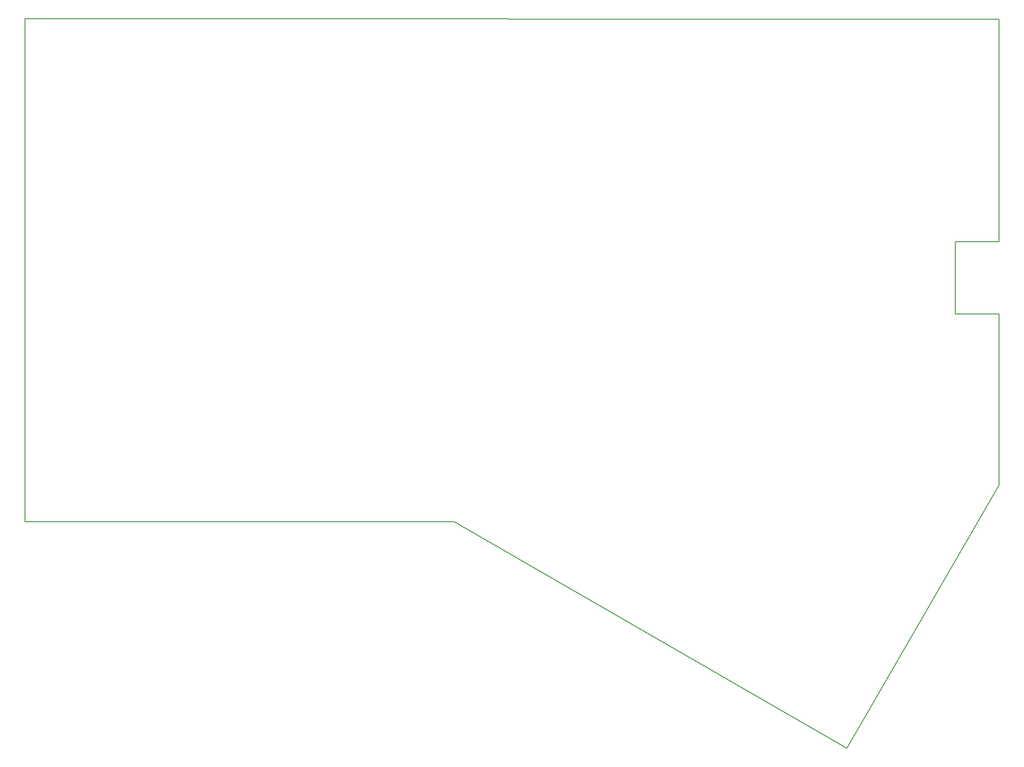
<source format=gbr>
G04 #@! TF.GenerationSoftware,KiCad,Pcbnew,(5.99.0-2039-g05a89863c)*
G04 #@! TF.CreationDate,2020-06-27T09:00:50+08:00*
G04 #@! TF.ProjectId,Keyboard-layout,4b657962-6f61-4726-942d-6c61796f7574,rev?*
G04 #@! TF.SameCoordinates,Original*
G04 #@! TF.FileFunction,Profile,NP*
%FSLAX46Y46*%
G04 Gerber Fmt 4.6, Leading zero omitted, Abs format (unit mm)*
G04 Created by KiCad (PCBNEW (5.99.0-2039-g05a89863c)) date 2020-06-27 09:00:50*
%MOMM*%
%LPD*%
G01*
G04 APERTURE LIST*
G04 #@! TA.AperFunction,Profile*
%ADD10C,0.200000*%
G04 #@! TD*
G04 APERTURE END LIST*
D10*
X195516500Y-61341000D02*
X203835000Y-61341000D01*
X195516500Y-75057000D02*
X195516500Y-61341000D01*
X203835000Y-75057000D02*
X195516500Y-75057000D01*
X203835000Y-75057000D02*
X203835000Y-107569000D01*
X203835000Y-61341000D02*
X203835000Y-19050000D01*
X203835000Y-107569000D02*
X175006000Y-157480000D01*
X100500000Y-114500000D02*
X175006000Y-157480000D01*
X19000000Y-19000000D02*
X203835000Y-19050000D01*
X100500000Y-114500000D02*
X19000000Y-114500000D01*
X19000000Y-114500000D02*
X19000000Y-19000000D01*
M02*

</source>
